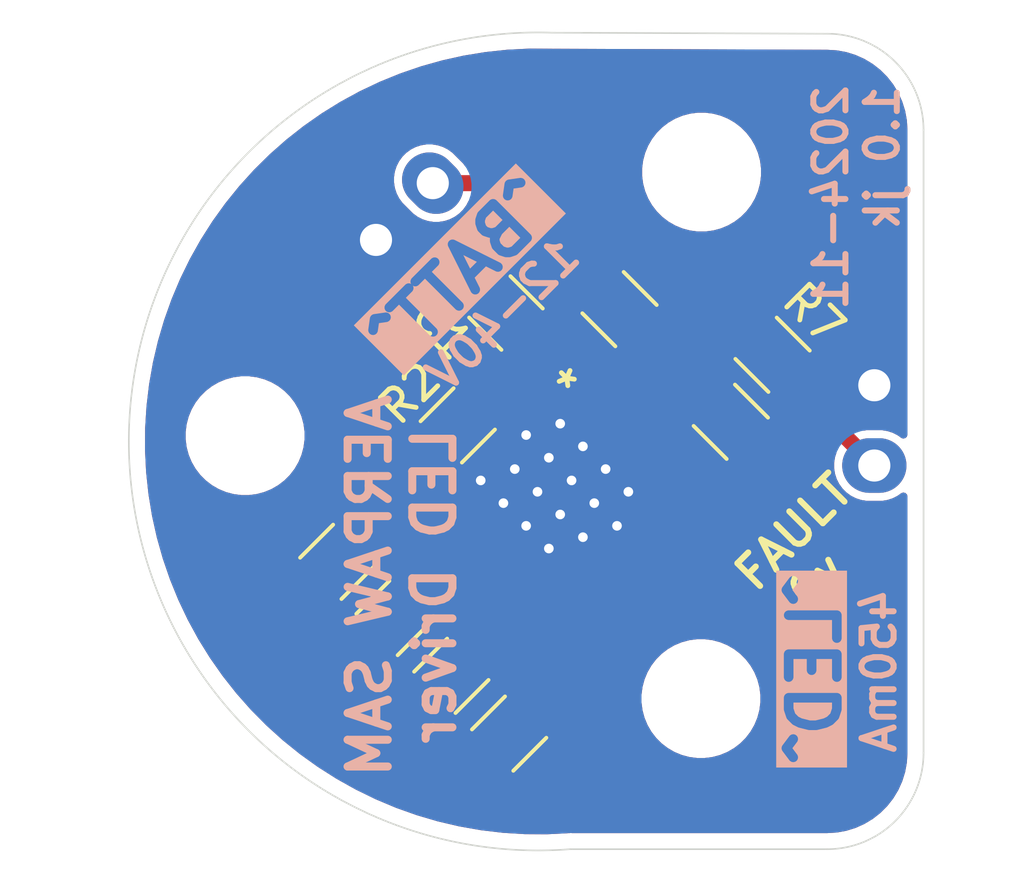
<source format=kicad_pcb>
(kicad_pcb (version 20240108) (generator "pcbnew") (generator_version "8.0")
  (layers (0 "F.Cu" signal) (31 "B.Cu" signal) (34 "B.Paste" user) (35 "F.Paste" user) (36 "B.SilkS" user "B.Silkscreen") (37 "F.SilkS" user "F.Silkscreen") (38 "B.Mask" user) (39 "F.Mask" user) (44 "Edge.Cuts" user))
  (net 0 "")
  (net 1 "V_RAW")
  (net 2 "LED_V-")
  (net 3 "LED_V+")
  (net 4 "Net-(U1-SDH)")
  (net 5 "EN")
  (net 6 "Net-(U1-VICC)")
  (net 7 "UV")
  (net 8 "PWM")
  (net 9 "SMODE")
  (net 10 "FAULTB")
  (footprint "Resistor_SMD:R_1206_3216Metric" (layer "F.Cu") (at 189.035534 87.87868 -45)
    (property "Reference" "R3" (hide yes))
    (property "Value" "0.22 1%")
    (fp_line (start -0.727064 0.91) (end 0.727064 0.91) (stroke (width 0.12)) (layer "F.SilkS"))
    (fp_line (start -0.727064 -0.91) (end 0.727064 -0.91) (stroke (width 0.12)) (layer "F.SilkS"))
    (pad "1" smd roundrect (at -1.4625 0 315) (size 1.125 1.75) (layers "F.Cu" "F.Paste" "F.Mask") (roundrect_rratio 0.222222) (net 1 "V_RAW"))
    (pad "2" smd roundrect (at 1.4625 0 315) (size 1.125 1.75) (layers "F.Cu" "F.Paste" "F.Mask") (roundrect_rratio 0.222222) (net 6 "Net-(U1-VICC)"))
  )
  (footprint "Connector_JST:JST_EH_S2B-EH_1x02_P2.50mm_Horizontal" (layer "F.Cu") (at 181.454594 85.722361 45)
    (property "Reference" "J2" (hide yes))
    (property "Value" "Conn_01x02_Pin")
    (pad "1" thru_hole roundrect (at 0 0 45) (size 1.7 2) (drill 1) (layers "*.Cu" "*.Mask") (roundrect_rratio 0.147059) (net 2 "LED_V-"))
    (pad "2" thru_hole oval (at 2.5 0 45) (size 1.7 2) (drill 1) (layers "*.Cu" "*.Mask") (net 1 "V_RAW"))
  )
  (footprint "Resistor_SMD:R_1206_3216Metric" (layer "F.Cu") (at 183.8 99.3 45)
    (property "Reference" "R6" (hide yes))
    (property "Value" "80k")
    (fp_line (start -0.727064 -0.91) (end 0.727064 -0.91) (stroke (width 0.12)) (layer "F.SilkS"))
    (fp_line (start -0.727064 0.91) (end 0.727064 0.91) (stroke (width 0.12)) (layer "F.SilkS"))
    (pad "1" smd roundrect (at -1.4625 0 45) (size 1.125 1.75) (layers "F.Cu" "F.Paste" "F.Mask") (roundrect_rratio 0.222222) (net 1 "V_RAW"))
    (pad "2" smd roundrect (at 1.4625 0 45) (size 1.125 1.75) (layers "F.Cu" "F.Paste" "F.Mask") (roundrect_rratio 0.222222) (net 8 "PWM"))
  )
  (footprint "Capacitor_SMD:C_1206_3216Metric" (layer "F.Cu") (at 185.5 88 135)
    (property "Reference" "C1" (at 1.06066 -1.767767 135) (layer "F.SilkS"))
    (property "Value" "0.1u")
    (fp_line (start -0.711252 -0.91) (end 0.711252 -0.91) (stroke (width 0.12)) (layer "F.SilkS"))
    (fp_line (start -0.711252 0.91) (end 0.711252 0.91) (stroke (width 0.12)) (layer "F.SilkS"))
    (pad "1" smd roundrect (at -1.475001 0 135) (size 1.15 1.8) (layers "F.Cu" "F.Paste" "F.Mask") (roundrect_rratio 0.217391) (net 1 "V_RAW"))
    (pad "2" smd roundrect (at 1.475001 0 135) (size 1.15 1.8) (layers "F.Cu" "F.Paste" "F.Mask") (roundrect_rratio 0.217391) (net 2 "LED_V-"))
  )
  (footprint "MountingHole:MountingHole_3.2mm_M3" (layer "F.Cu") (at 191.59 83.61)
    (property "Reference" "H3" (hide yes))
    (property "Value" "M3")
    (pad "" np_thru_hole circle (at 0 0) (size 3.2 3.2) (drill 3.2) (layers "*.Cu" "*.Mask"))
  )
  (footprint "Resistor_SMD:R_1206_3216Metric" (layer "F.Cu") (at 182 97.5 -135)
    (property "Reference" "R5" (hide yes))
    (property "Value" "10k")
    (fp_line (start -0.727064 0.91) (end 0.727064 0.91) (stroke (width 0.12)) (layer "F.SilkS"))
    (fp_line (start -0.727064 -0.91) (end 0.727064 -0.91) (stroke (width 0.12)) (layer "F.SilkS"))
    (pad "1" smd roundrect (at -1.4625 0 225) (size 1.125 1.75) (layers "F.Cu" "F.Paste" "F.Mask") (roundrect_rratio 0.222222) (net 8 "PWM"))
    (pad "2" smd roundrect (at 1.4625 0 225) (size 1.125 1.75) (layers "F.Cu" "F.Paste" "F.Mask") (roundrect_rratio 0.222222) (net 2 "LED_V-"))
  )
  (footprint "Resistor_SMD:R_1206_3216Metric" (layer "F.Cu") (at 185.6 101.1 45)
    (property "Reference" "R8" (hide yes))
    (property "Value" "10k")
    (fp_line (start -0.727064 -0.91) (end 0.727064 -0.91) (stroke (width 0.12)) (layer "F.SilkS"))
    (fp_line (start -0.727064 0.91) (end 0.727064 0.91) (stroke (width 0.12)) (layer "F.SilkS"))
    (pad "1" smd roundrect (at -1.4625 0 45) (size 1.125 1.75) (layers "F.Cu" "F.Paste" "F.Mask") (roundrect_rratio 0.222222) (net 1 "V_RAW"))
    (pad "2" smd roundrect (at 1.4625 0 45) (size 1.125 1.75) (layers "F.Cu" "F.Paste" "F.Mask") (roundrect_rratio 0.222222) (net 9 "SMODE"))
  )
  (footprint "MountingHole:MountingHole_3.2mm_M3" (layer "F.Cu") (at 177.38 91.82)
    (property "Reference" "H2" (hide yes))
    (property "Value" "M3")
    (pad "" np_thru_hole circle (at 0 0) (size 3.2 3.2) (drill 3.2) (layers "*.Cu" "*.Mask"))
  )
  (footprint "Resistor_SMD:R_1206_3216Metric" (layer "F.Cu") (at 192.5 91.387697 -45)
    (property "Reference" "R1" (hide yes))
    (property "Value" "10k")
    (fp_line (start -0.727064 0.91) (end 0.727064 0.91) (stroke (width 0.12)) (layer "F.SilkS"))
    (fp_line (start -0.727064 -0.91) (end 0.727064 -0.91) (stroke (width 0.12)) (layer "F.SilkS"))
    (pad "1" smd roundrect (at -1.4625 0 315) (size 1.125 1.75) (layers "F.Cu" "F.Paste" "F.Mask") (roundrect_rratio 0.222222) (net 3 "LED_V+"))
    (pad "2" smd roundrect (at 1.4625 0 315) (size 1.125 1.75) (layers "F.Cu" "F.Paste" "F.Mask") (roundrect_rratio 0.222222) (net 4 "Net-(U1-SDH)"))
  )
  (footprint "TestPoint:TestPoint_Pad_1.5x1.5mm" (layer "F.Cu") (at 192.1 94.6 -135)
    (property "Reference" "J3" (hide yes))
    (property "Value" "Conn_01x01")
    (pad "1" smd rect (at 0 0 225) (size 1.5 1.5) (layers "F.Cu" "F.Mask") (net 10 "FAULTB"))
  )
  (footprint "MountingHole:MountingHole_3.2mm_M3" (layer "F.Cu") (at 191.57 100.01)
    (property "Reference" "H1" (hide yes))
    (property "Value" "M3")
    (pad "" np_thru_hole circle (at 0 0) (size 3.2 3.2) (drill 3.2) (layers "*.Cu" "*.Mask"))
  )
  (footprint "TestPoint:TestPoint_Pad_1.5x1.5mm" (layer "F.Cu") (at 196.5 95.1 135)
    (property "Reference" "J4" (hide yes))
    (property "Value" "Conn_01x01")
    (pad "1" smd rect (at 0 0 135) (size 1.5 1.5) (layers "F.Cu" "F.Mask") (net 2 "LED_V-"))
  )
  (footprint "Resistor_SMD:R_1206_3216Metric" (layer "F.Cu") (at 193.8 89.3 -45)
    (property "Reference" "R7" (at 0 -1.82 135) (layer "F.SilkS"))
    (property "Value" "35")
    (fp_line (start -0.727064 0.91) (end 0.727064 0.91) (stroke (width 0.12)) (layer "F.SilkS"))
    (fp_line (start -0.727064 -0.91) (end 0.727064 -0.91) (stroke (width 0.12)) (layer "F.SilkS"))
    (pad "1" smd roundrect (at -1.4625 0 315) (size 1.125 1.75) (layers "F.Cu" "F.Paste" "F.Mask") (roundrect_rratio 0.222222) (net 6 "Net-(U1-VICC)"))
    (pad "2" smd roundrect (at 1.4625 0 315) (size 1.125 1.75) (layers "F.Cu" "F.Paste" "F.Mask") (roundrect_rratio 0.222222) (net 3 "LED_V+"))
  )
  (footprint "Resistor_SMD:R_1206_3216Metric" (layer "F.Cu") (at 184 91.5 -135)
    (property "Reference" "R2" (at 0.353553 1.767767 45) (layer "F.SilkS"))
    (property "Value" "10k")
    (fp_line (start -0.727064 0.91) (end 0.727064 0.91) (stroke (width 0.12)) (layer "F.SilkS"))
    (fp_line (start -0.727064 -0.91) (end 0.727064 -0.91) (stroke (width 0.12)) (layer "F.SilkS"))
    (pad "1" smd roundrect (at -1.4625 0 225) (size 1.125 1.75) (layers "F.Cu" "F.Paste" "F.Mask") (roundrect_rratio 0.222222) (net 1 "V_RAW"))
    (pad "2" smd roundrect (at 1.4625 0 225) (size 1.125 1.75) (layers "F.Cu" "F.Paste" "F.Mask") (roundrect_rratio 0.222222) (net 5 "EN"))
  )
  (footprint "Resistor_SMD:R_1206_3216Metric" (layer "F.Cu") (at 180.25 95.75 45)
    (property "Reference" "R4" (hide yes))
    (property "Value" "10k")
    (fp_line (start -0.727064 -0.91) (end 0.727064 -0.91) (stroke (width 0.12)) (layer "F.SilkS"))
    (fp_line (start -0.727064 0.91) (end 0.727064 0.91) (stroke (width 0.12)) (layer "F.SilkS"))
    (pad "1" smd roundrect (at -1.4625 0 45) (size 1.125 1.75) (layers "F.Cu" "F.Paste" "F.Mask") (roundrect_rratio 0.222222) (net 1 "V_RAW"))
    (pad "2" smd roundrect (at 1.4625 0 45) (size 1.125 1.75) (layers "F.Cu" "F.Paste" "F.Mask") (roundrect_rratio 0.222222) (net 7 "UV"))
  )
  (footprint "custom_lib:IS32LT3140A" (layer "F.Cu") (at 185.210086 91.704128 45)
    (property "Reference" "U1" (hide yes))
    (property "Value" "~")
    (fp_text user "*" (at 2.25 1.25 45) (layer "F.SilkS") (effects (justify left bottom)))
    (pad "1" smd roundrect (at -2.89 1 45) (size 1.27 0.39) (layers "F.Cu" "F.Paste" "F.Mask") (net 5 "EN"))
    (pad "2" smd roundrect (at -2.89 1.65 45) (size 1.27 0.39) (layers "F.Cu" "F.Paste" "F.Mask") (net 7 "UV"))
    (pad "3" smd roundrect (at -2.89 2.3 45) (size 1.27 0.39) (layers "F.Cu" "F.Paste" "F.Mask") (net 2 "LED_V-"))
    (pad "4" smd roundrect (at -2.890001 2.95 45) (size 1.27 0.39) (layers "F.Cu" "F.Paste" "F.Mask") (net 8 "PWM"))
    (pad "5" smd roundrect (at -2.89 3.6 45) (size 1.27 0.39) (layers "F.Cu" "F.Paste" "F.Mask") (net 9 "SMODE"))
    (pad "6" smd roundrect (at -2.89 4.25 45) (size 1.27 0.39) (layers "F.Cu" "F.Paste" "F.Mask") (net 10 "FAULTB"))
    (pad "7" smd roundrect (at -2.89 4.9 45) (size 1.27 0.39) (layers "F.Cu" "F.Paste" "F.Mask") (net 2 "LED_V-"))
    (pad "7" smd roundrect (at -0.09 3 135) (size 3.15 3.15) (layers "F.Cu" "F.Paste" "F.Mask") (net 2 "LED_V-"))
    (pad "8" smd roundrect (at 2.75 4.9 45) (size 1.27 0.39) (layers "F.Cu" "F.Paste" "F.Mask") (net 4 "Net-(U1-SDH)"))
    (pad "9" smd roundrect (at 2.75 4.25 45) (size 1.27 0.39) (layers "F.Cu" "F.Paste" "F.Mask") (net 4 "Net-(U1-SDH)"))
    (pad "10" smd roundrect (at 2.75 3.6 45) (size 1.27 0.39) (layers "F.Cu" "F.Paste" "F.Mask"))
    (pad "11" smd roundrect (at 2.75 2.95 45) (size 1.27 0.39) (layers "F.Cu" "F.Paste" "F.Mask") (net 3 "LED_V+"))
    (pad "12" smd roundrect (at 2.75 2.3 45) (size 1.27 0.39) (layers "F.Cu" "F.Paste" "F.Mask"))
    (pad "13" smd roundrect (at 2.75 1.65 45) (size 1.27 0.39) (layers "F.Cu" "F.Paste" "F.Mask") (net 6 "Net-(U1-VICC)"))
    (pad "14" smd roundrect (at 2.75 1 45) (size 1.27 0.39) (layers "F.Cu" "F.Paste" "F.Mask") (net 1 "V_RAW"))
  )
  (footprint "Connector_JST:JST_EH_S2B-EH_1x02_P2.50mm_Horizontal" (layer "B.Cu") (at 196.9675 90.25 -90)
    (property "Reference" "J1" (hide yes))
    (property "Value" "Conn_01x02_Pin")
    (pad "1" thru_hole roundrect (at 0 0 270) (size 1.7 2) (drill 1) (layers "*.Cu" "*.Mask") (roundrect_rratio 0.147059) (net 2 "LED_V-"))
    (pad "2" thru_hole oval (at 2.5 0 270) (size 1.7 2) (drill 1) (layers "*.Cu" "*.Mask") (net 3 "LED_V+"))
  )
  (gr_arc (start 195.5 79.3) (mid 197.62132 80.17868) (end 198.5 82.3) (stroke (width 0.05)) (layer "Edge.Cuts"))
  (gr_line (start 195.5 104.7) (end 187.5 104.7) (stroke (width 0.05)) (layer "Edge.Cuts"))
  (gr_arc (start 198.5 101.7) (mid 197.62132 103.82132) (end 195.5 104.7) (stroke (width 0.05)) (layer "Edge.Cuts"))
  (gr_line (start 198.5 82.3) (end 198.5 101.7) (stroke (width 0.05)) (layer "Edge.Cuts"))
  (gr_line (start 186.934043 79.268087) (end 195.5 79.3) (stroke (width 0.05)) (layer "Edge.Cuts"))
  (gr_arc (start 187.5 104.7) (mid 173.763844 92.283428) (end 186.934043 79.268087) (stroke (width 0.05)) (layer "Edge.Cuts"))
  (gr_text "^LED^" (at 196 96 90) (layer "B.SilkS" knockout) (effects (font (size 1.5 1.5) (thickness 0.3) (bold yes)) (justify left bottom mirror)))
  (gr_text "450mA" (at 197.7 96.5 90) (layer "B.SilkS") (effects (font (size 1 1) (thickness 0.1875) (bold yes)) (justify left bottom mirror)))
  (gr_text "1.0 jk" (at 197.8 85.5 90) (layer "B.SilkS") (effects (font (size 1 1) (thickness 0.1875) (bold yes)) (justify right bottom mirror)))
  (gr_text "2024-11" (at 196.2 88 90) (layer "B.SilkS") (effects (font (size 1 1) (thickness 0.1875) (bold yes)) (justify right bottom mirror)))
  (gr_text "AERPAW SAM\nLED Driver" (at 184 96.5 90) (layer "B.SilkS") (effects (font (size 1.25 1.25) (thickness 0.25) (bold yes)) (justify bottom mirror)))
  (gr_text "^BATT^" (at 187.3 84.8 45) (layer "B.SilkS" knockout) (effects (font (size 1.5 1.5) (thickness 0.3) (bold yes)) (justify left bottom mirror)))
  (gr_text "12-40V" (at 188 86.3 45) (layer "B.SilkS") (effects (font (size 1 1) (thickness 0.1875) (bold yes)) (justify left bottom mirror)))
  (gr_text "FAULT" (at 193.25 96.85 45) (layer "F.SilkS") (effects (font (size 1 1) (thickness 0.1875) (bold yes)) (justify left bottom)))
  (gr_text "0v" (at 194.9 97.45 45) (layer "F.SilkS") (effects (font (size 1 1) (thickness 0.1875) (bold yes)) (justify left bottom)))
  (segment (start 186.542983 88.302943) (end 188.00139 86.844536) (width 0.5) (layer "F.Cu") (net 1))
  (segment (start 186.457017 89.042983) (end 186.542983 89.042983) (width 0.2) (layer "F.Cu") (net 1))
  (segment (start 183.372442 90.465856) (end 185.034144 90.465856) (width 0.2) (layer "F.Cu") (net 1))
  (segment (start 180.435616 96.784144) (end 179.215856 96.784144) (width 0.2) (layer "F.Cu") (net 1))
  (segment (start 185.111448 83.954594) (end 188.00139 86.844536) (width 0.5) (layer "F.Cu") (net 1))
  (segment (start 184.565856 102.134144) (end 182.765856 100.334144) (width 0.2) (layer "F.Cu") (net 1))
  (segment (start 187.861736 90.466691) (end 187.861736 90.361736) (width 0.5) (layer "F.Cu") (net 1))
  (segment (start 185.034144 90.465856) (end 186.457017 89.042983) (width 0.2) (layer "F.Cu") (net 1))
  (segment (start 187.861736 90.361736) (end 186.542983 89.042983) (width 0.5) (layer "F.Cu") (net 1))
  (segment (start 179.215856 94.622442) (end 183.372442 90.465856) (width 0.2) (layer "F.Cu") (net 1))
  (segment (start 179.215856 96.784144) (end 179.215856 94.622442) (width 0.2) (layer "F.Cu") (net 1))
  (segment (start 183.222361 83.954594) (end 185.111448 83.954594) (width 0.5) (layer "F.Cu") (net 1))
  (segment (start 186.542983 89.042983) (end 186.542983 88.302943) (width 0.5) (layer "F.Cu") (net 1))
  (segment (start 182.765856 99.114384) (end 180.435616 96.784144) (width 0.2) (layer "F.Cu") (net 1))
  (segment (start 182.765856 100.334144) (end 182.765856 99.114384) (width 0.2) (layer "F.Cu") (net 1))
  (via (at 186.835786 95.335786) (size 0.6) (drill 0.3) (layers "F.Cu" "B.Cu") (net 2))
  (via (at 185.421573 93.921573) (size 0.6) (drill 0.3) (layers "F.Cu" "B.Cu") (net 2))
  (via (at 184.714466 93.214466) (size 0.6) (drill 0.3) (layers "F.Cu" "B.Cu") (net 2))
  (via (at 188.603553 92.860913) (size 0.6) (drill 0.3) (layers "F.Cu" "B.Cu") (net 2))
  (via (at 189.31066 93.568019) (size 0.6) (drill 0.3) (layers "F.Cu" "B.Cu") (net 2))
  (via (at 186.12868 94.62868) (size 0.6) (drill 0.3) (layers "F.Cu" "B.Cu") (net 2))
  (via (at 186.835786 92.507359) (size 0.6) (drill 0.3) (layers "F.Cu" "B.Cu") (net 2))
  (via (at 186.12868 91.800253) (size 0.6) (drill 0.3) (layers "F.Cu" "B.Cu") (net 2))
  (via (at 185.775126 92.860913) (size 0.6) (drill 0.3) (layers "F.Cu" "B.Cu") (net 2))
  (via (at 187.542893 93.214466) (size 0.6) (drill 0.3) (layers "F.Cu" "B.Cu") (net 2))
  (via (at 187.18934 91.446699) (size 0.6) (drill 0.3) (layers "F.Cu" "B.Cu") (net 2))
  (via (at 186.482233 93.568019) (size 0.6) (drill 0.3) (layers "F.Cu" "B.Cu") (net 2))
  (via (at 188.25 93.921573) (size 0.6) (drill 0.3) (layers "F.Cu" "B.Cu") (net 2))
  (via (at 187.896447 92.153806) (size 0.6) (drill 0.3) (layers "F.Cu" "B.Cu") (net 2))
  (via (at 188.957107 94.62868) (size 0.6) (drill 0.3) (layers "F.Cu" "B.Cu") (net 2))
  (via (at 187.896447 94.982233) (size 0.6) (drill 0.3) (layers "F.Cu" "B.Cu") (net 2))
  (via (at 187.18934 94.275126) (size 0.6) (drill 0.3) (layers "F.Cu" "B.Cu") (net 2))
  (segment (start 194.784144 90.284144) (end 194.784144 90.566644) (width 0.5) (layer "F.Cu") (net 3))
  (segment (start 191.465856 90.353553) (end 194.714735 90.353553) (width 0.5) (layer "F.Cu") (net 3))
  (segment (start 190.732591 90.353553) (end 191.465856 90.353553) (width 0.5) (layer "F.Cu") (net 3))
  (segment (start 194.714735 90.353553) (end 194.784144 90.284144) (width 0.5) (layer "F.Cu") (net 3))
  (segment (start 194.784144 90.566644) (end 196.9675 92.75) (width 0.5) (layer "F.Cu") (net 3))
  (segment (start 189.240595 91.845549) (end 190.732591 90.353553) (width 0.5) (layer "F.Cu") (net 3))
  (segment (start 191.42202 92.421841) (end 190.619453 93.224408) (width 0.2) (layer "F.Cu") (net 4))
  (segment (start 193.534144 92.421841) (end 191.42202 92.421841) (width 0.2) (layer "F.Cu") (net 4))
  (segment (start 190.159833 92.764788) (end 190.619453 93.224408) (width 0.2) (layer "F.Cu") (net 4))
  (segment (start 183.873654 94.454773) (end 183.873654 93.441942) (width 0.2) (layer "F.Cu") (net 5))
  (segment (start 183.873654 93.441942) (end 182.965856 92.534144) (width 0.2) (layer "F.Cu") (net 5))
  (segment (start 190.069678 89.177989) (end 190.069678 88.912824) (width 0.2) (layer "F.Cu") (net 6))
  (segment (start 188.321356 90.926311) (end 190.069678 89.177989) (width 0.2) (layer "F.Cu") (net 6))
  (segment (start 190.766646 88.215856) (end 190.069678 88.912824) (width 0.5) (layer "F.Cu") (net 6))
  (segment (start 192.715856 88.215856) (end 190.766646 88.215856) (width 0.5) (layer "F.Cu") (net 6))
  (segment (start 183.944472 95.303195) (end 184.333274 94.914393) (width 0.2) (layer "F.Cu") (net 7))
  (segment (start 182.812447 94.715856) (end 183.399786 95.303195) (width 0.2) (layer "F.Cu") (net 7))
  (segment (start 183.399786 95.303195) (end 183.944472 95.303195) (width 0.2) (layer "F.Cu") (net 7))
  (segment (start 181.284144 94.715856) (end 182.812447 94.715856) (width 0.2) (layer "F.Cu") (net 7))
  (segment (start 184.620288 96.465856) (end 185.252512 95.833632) (width 0.2) (layer "F.Cu") (net 8))
  (segment (start 184.834144 96.679712) (end 184.620288 96.465856) (width 0.2) (layer "F.Cu") (net 8))
  (segment (start 184.834144 98.265856) (end 184.834144 96.679712) (width 0.2) (layer "F.Cu") (net 8))
  (segment (start 183.034144 96.465856) (end 184.620288 96.465856) (width 0.2) (layer "F.Cu") (net 8))
  (segment (start 186.634144 98.537553) (end 185.323329 97.226738) (width 0.2) (layer "F.Cu") (net 9))
  (segment (start 185.323329 97.226738) (end 185.323329 96.682054) (width 0.2) (layer "F.Cu") (net 9))
  (segment (start 186.634144 100.065856) (end 186.634144 98.537553) (width 0.2) (layer "F.Cu") (net 9))
  (segment (start 185.323329 96.682054) (end 185.712132 96.293251) (width 0.2) (layer "F.Cu") (net 9))
  (segment (start 186.83434 96.090281) (end 186.171751 96.75287) (width 0.2) (layer "F.Cu") (net 10))
  (segment (start 189.909719 96.090281) (end 186.83434 96.090281) (width 0.2) (layer "F.Cu") (net 10))
  (segment (start 191.5 94.5) (end 189.909719 96.090281) (width 0.2) (layer "F.Cu") (net 10))
  (segment (start 192 94.5) (end 191.5 94.5) (width 0.2) (layer "F.Cu") (net 10))
  (zone (net 2) (net_name "LED_V-") (layers "F&B.Cu") (connect_pads yes (clearance 0.25)) (min_thickness 0.25) (fill yes (thermal_gap 0.5) (thermal_bridge_width 0.5))
    (polygon (pts (xy 201.5 105.5) (xy 201.5 78.25) (xy 169.75 78.25) (xy 169.75 105.5)))
  )
)
</source>
